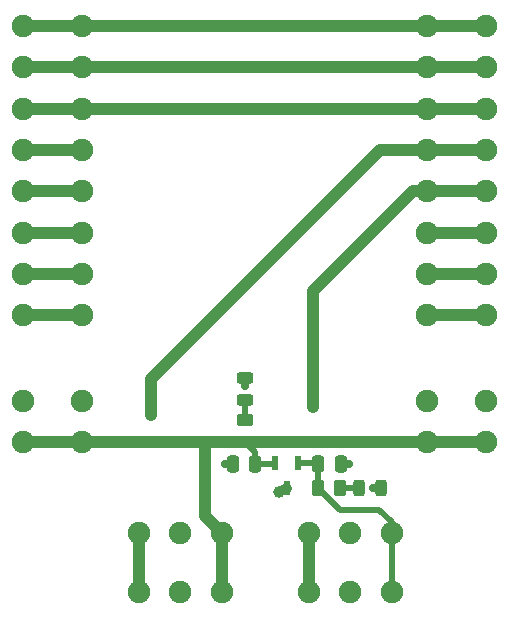
<source format=gtl>
G04 #@! TF.GenerationSoftware,KiCad,Pcbnew,8.0.6*
G04 #@! TF.CreationDate,2024-11-26T19:11:37-08:00*
G04 #@! TF.ProjectId,Constellation STAR ITC V1.0,436f6e73-7465-46c6-9c61-74696f6e2053,rev?*
G04 #@! TF.SameCoordinates,Original*
G04 #@! TF.FileFunction,Copper,L1,Top*
G04 #@! TF.FilePolarity,Positive*
%FSLAX46Y46*%
G04 Gerber Fmt 4.6, Leading zero omitted, Abs format (unit mm)*
G04 Created by KiCad (PCBNEW 8.0.6) date 2024-11-26 19:11:37*
%MOMM*%
%LPD*%
G01*
G04 APERTURE LIST*
G04 Aperture macros list*
%AMRoundRect*
0 Rectangle with rounded corners*
0 $1 Rounding radius*
0 $2 $3 $4 $5 $6 $7 $8 $9 X,Y pos of 4 corners*
0 Add a 4 corners polygon primitive as box body*
4,1,4,$2,$3,$4,$5,$6,$7,$8,$9,$2,$3,0*
0 Add four circle primitives for the rounded corners*
1,1,$1+$1,$2,$3*
1,1,$1+$1,$4,$5*
1,1,$1+$1,$6,$7*
1,1,$1+$1,$8,$9*
0 Add four rect primitives between the rounded corners*
20,1,$1+$1,$2,$3,$4,$5,0*
20,1,$1+$1,$4,$5,$6,$7,0*
20,1,$1+$1,$6,$7,$8,$9,0*
20,1,$1+$1,$8,$9,$2,$3,0*%
G04 Aperture macros list end*
G04 #@! TA.AperFunction,SMDPad,CuDef*
%ADD10RoundRect,0.250000X0.450000X-0.262500X0.450000X0.262500X-0.450000X0.262500X-0.450000X-0.262500X0*%
G04 #@! TD*
G04 #@! TA.AperFunction,SMDPad,CuDef*
%ADD11R,0.600000X1.250000*%
G04 #@! TD*
G04 #@! TA.AperFunction,SMDPad,CuDef*
%ADD12RoundRect,0.250000X0.250000X0.475000X-0.250000X0.475000X-0.250000X-0.475000X0.250000X-0.475000X0*%
G04 #@! TD*
G04 #@! TA.AperFunction,SMDPad,CuDef*
%ADD13RoundRect,0.250000X-0.262500X-0.450000X0.262500X-0.450000X0.262500X0.450000X-0.262500X0.450000X0*%
G04 #@! TD*
G04 #@! TA.AperFunction,SMDPad,CuDef*
%ADD14RoundRect,0.243750X-0.456250X0.243750X-0.456250X-0.243750X0.456250X-0.243750X0.456250X0.243750X0*%
G04 #@! TD*
G04 #@! TA.AperFunction,SMDPad,CuDef*
%ADD15RoundRect,0.243750X0.243750X0.456250X-0.243750X0.456250X-0.243750X-0.456250X0.243750X-0.456250X0*%
G04 #@! TD*
G04 #@! TA.AperFunction,SMDPad,CuDef*
%ADD16RoundRect,0.250000X-0.250000X-0.475000X0.250000X-0.475000X0.250000X0.475000X-0.250000X0.475000X0*%
G04 #@! TD*
G04 #@! TA.AperFunction,ComponentPad*
%ADD17C,1.900000*%
G04 #@! TD*
G04 #@! TA.AperFunction,ViaPad*
%ADD18C,0.700000*%
G04 #@! TD*
G04 #@! TA.AperFunction,ViaPad*
%ADD19C,1.000000*%
G04 #@! TD*
G04 #@! TA.AperFunction,Conductor*
%ADD20C,0.500000*%
G04 #@! TD*
G04 #@! TA.AperFunction,Conductor*
%ADD21C,0.750000*%
G04 #@! TD*
G04 #@! TA.AperFunction,Conductor*
%ADD22C,1.000000*%
G04 #@! TD*
G04 APERTURE END LIST*
D10*
X53100000Y-68225000D03*
X53100000Y-66400000D03*
D11*
X57600000Y-69999999D03*
X55700000Y-69999999D03*
X56650000Y-72100000D03*
D12*
X53999999Y-70100000D03*
X52100001Y-70100000D03*
D13*
X59337498Y-72150000D03*
X61162498Y-72150000D03*
D14*
X53100000Y-62824999D03*
X53100000Y-64700001D03*
D15*
X64687500Y-72150000D03*
X62812498Y-72150000D03*
D16*
X59350000Y-70150000D03*
X61249998Y-70150000D03*
D17*
X39370000Y-57520005D03*
X34370000Y-57520005D03*
X39370000Y-54020005D03*
X34370001Y-54020004D03*
X39370000Y-50520003D03*
X34370000Y-50520003D03*
X39370000Y-47020002D03*
X34370000Y-47020002D03*
X39370000Y-43520002D03*
X34370000Y-43520002D03*
X39370000Y-40020002D03*
X34370000Y-40020002D03*
X39370000Y-36520001D03*
X34370000Y-36520001D03*
X39370000Y-33020000D03*
X34370000Y-33020000D03*
X68580000Y-64770000D03*
X73580000Y-64770000D03*
X68580000Y-68270000D03*
X73580000Y-68270000D03*
X39370000Y-68270000D03*
X34370000Y-68270000D03*
X39370000Y-64770000D03*
X34370000Y-64770000D03*
X51150000Y-75950000D03*
X51150000Y-80950000D03*
X47650000Y-75950000D03*
X47650000Y-80950000D03*
X44149999Y-75950000D03*
X44149999Y-80950000D03*
X68580000Y-33020000D03*
X73580000Y-33020000D03*
X68580000Y-36520000D03*
X73579999Y-36520001D03*
X68580000Y-40020002D03*
X73580000Y-40020002D03*
X68580000Y-43520003D03*
X73580000Y-43520003D03*
X68580000Y-47020003D03*
X73580000Y-47020003D03*
X68580000Y-50520003D03*
X73580000Y-50520003D03*
X68580000Y-54020004D03*
X73580000Y-54020004D03*
X68580000Y-57520005D03*
X73580000Y-57520005D03*
X65545791Y-75950000D03*
X65545791Y-80950000D03*
X62045791Y-75950000D03*
X62045791Y-80950000D03*
X58545790Y-75950000D03*
X58545790Y-80950000D03*
D18*
X61950000Y-70150000D03*
X64012499Y-72150000D03*
D19*
X56050000Y-72500000D03*
D18*
X51400000Y-70100000D03*
X53100000Y-63512500D03*
D19*
X58925000Y-65300000D03*
X45175000Y-66000000D03*
D20*
X61162498Y-73975000D02*
X64500000Y-73975000D01*
X59350000Y-72137498D02*
X59337498Y-72150000D01*
X59350000Y-70150000D02*
X59350000Y-72137498D01*
X64500000Y-73975000D02*
X65545791Y-75020791D01*
X59337498Y-72150000D02*
X61162498Y-73975000D01*
X57600000Y-69999999D02*
X59199999Y-69999999D01*
X59199999Y-69999999D02*
X59350000Y-70150000D01*
X65545791Y-75020791D02*
X65545791Y-75950000D01*
X65545791Y-75950000D02*
X65545791Y-80950000D01*
X64687501Y-72150000D02*
X64012499Y-72150000D01*
X61249998Y-70150000D02*
X61950000Y-70150000D01*
D21*
X56650000Y-72100000D02*
X56450000Y-72100000D01*
D20*
X52100001Y-70100000D02*
X51400000Y-70100000D01*
D21*
X56450000Y-72100000D02*
X56050000Y-72500000D01*
D20*
X53100000Y-62824999D02*
X53100000Y-63512500D01*
X53999999Y-69124999D02*
X53100000Y-68225000D01*
X53999999Y-70100000D02*
X55599999Y-70100000D01*
X55599999Y-70100000D02*
X55700000Y-69999999D01*
D22*
X49750000Y-74550000D02*
X49750000Y-68270000D01*
X51150000Y-80950000D02*
X51150000Y-75950000D01*
D20*
X53999999Y-70100000D02*
X53999999Y-69124999D01*
D22*
X51150000Y-75950000D02*
X49750000Y-74550000D01*
X49750000Y-68270000D02*
X34370000Y-68270000D01*
X73580000Y-68270000D02*
X49750000Y-68270000D01*
D20*
X53100000Y-66400000D02*
X53100000Y-64700001D01*
X61162498Y-72150000D02*
X62812498Y-72150000D01*
D22*
X34370000Y-36520001D02*
X73579999Y-36520001D01*
X34370000Y-33020000D02*
X73580000Y-33020000D01*
X34370000Y-40020002D02*
X73580000Y-40020002D01*
X73580000Y-54020004D02*
X68580000Y-54020004D01*
X68580000Y-57520005D02*
X73580000Y-57520005D01*
X68580000Y-50520003D02*
X73580000Y-50520003D01*
X58545790Y-75950000D02*
X58545790Y-80950000D01*
X58925000Y-55450000D02*
X58925000Y-65300000D01*
X68580000Y-47020003D02*
X67354997Y-47020003D01*
X73580000Y-47020003D02*
X68580000Y-47020003D01*
X67354997Y-47020003D02*
X58925000Y-55450000D01*
X64554997Y-43520003D02*
X68580000Y-43520003D01*
X45200000Y-62875000D02*
X64554997Y-43520003D01*
X45175000Y-66000000D02*
X45175000Y-64550000D01*
X68580000Y-43520003D02*
X73580000Y-43520003D01*
X45175000Y-64550000D02*
X45200000Y-64525000D01*
X44149999Y-75950000D02*
X44149999Y-80950000D01*
X45200000Y-64525000D02*
X45200000Y-62875000D01*
X34370002Y-54020005D02*
X34370001Y-54020004D01*
X39370000Y-54020005D02*
X34370002Y-54020005D01*
X34370000Y-57520005D02*
X39370000Y-57520005D01*
X34370000Y-50520003D02*
X39370000Y-50520003D01*
X34370000Y-43520002D02*
X39370000Y-43520002D01*
X34370000Y-47020002D02*
X39370000Y-47020002D01*
M02*

</source>
